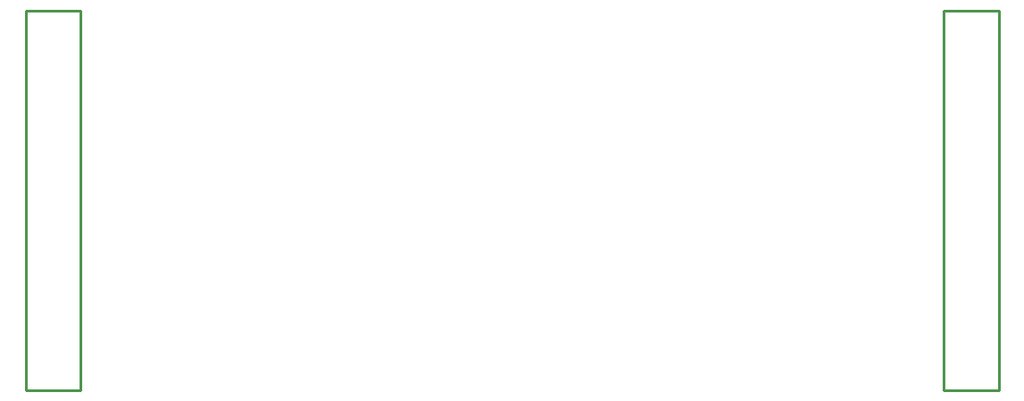
<source format=gbo>
%TF.GenerationSoftware,KiCad,Pcbnew,(5.1.12)-1*%
%TF.CreationDate,2022-03-07T14:57:08+09:00*%
%TF.ProjectId,RP2040CommandStationKeypad,52503230-3430-4436-9f6d-6d616e645374,rev?*%
%TF.SameCoordinates,PX4b571c0PY7cee6c0*%
%TF.FileFunction,Legend,Bot*%
%TF.FilePolarity,Positive*%
%FSLAX46Y46*%
G04 Gerber Fmt 4.6, Leading zero omitted, Abs format (unit mm)*
G04 Created by KiCad (PCBNEW (5.1.12)-1) date 2022-03-07 14:57:08*
%MOMM*%
%LPD*%
G01*
G04 APERTURE LIST*
%ADD10C,0.250000*%
%ADD11C,1.800000*%
%ADD12O,3.200000X1.300000*%
%ADD13C,1.600000*%
%ADD14R,1.600000X1.600000*%
%ADD15C,1.524000*%
%ADD16C,1.700000*%
%ADD17C,2.000000*%
%ADD18C,2.500000*%
%ADD19C,3.200000*%
%ADD20C,0.254000*%
%ADD21C,0.100000*%
G04 APERTURE END LIST*
D10*
%TO.C,J1*%
X1400000Y50000000D02*
X6600000Y50000000D01*
X1400000Y14000000D02*
X1400000Y50000000D01*
X6600000Y14000000D02*
X1400000Y14000000D01*
X6600000Y50000000D02*
X6600000Y14000000D01*
%TO.C,J2*%
X88400000Y50000000D02*
X93600000Y50000000D01*
X88400000Y14000000D02*
X88400000Y50000000D01*
X93600000Y14000000D02*
X88400000Y14000000D01*
X93600000Y50000000D02*
X93600000Y14000000D01*
%TD*%
%LPC*%
D11*
%TO.C,U1*%
X51100000Y46800000D03*
X8900000Y46800000D03*
D12*
X47900000Y47500000D03*
X12100000Y47500000D03*
D13*
X40160000Y45000000D03*
X37620000Y45000000D03*
X35080000Y45000000D03*
X32540000Y45000000D03*
X30000000Y45000000D03*
X27460000Y45000000D03*
X24920000Y45000000D03*
X22380000Y45000000D03*
D14*
X19840000Y45000000D03*
%TD*%
D13*
%TO.C,J1*%
X5270000Y15490000D03*
X2730000Y15490000D03*
X5270000Y18030000D03*
X2730000Y18030000D03*
X5270000Y20570000D03*
X2730000Y20570000D03*
X5270000Y23110000D03*
X2730000Y23110000D03*
X5270000Y25650000D03*
X2730000Y25650000D03*
X5270000Y28190000D03*
X2730000Y28190000D03*
X5270000Y30730000D03*
X2730000Y30730000D03*
X5270000Y33270000D03*
X2730000Y33270000D03*
X5270000Y35810000D03*
X2730000Y35810000D03*
X5270000Y38350000D03*
X2730000Y38350000D03*
X5270000Y40890000D03*
X2730000Y40890000D03*
X5270000Y43430000D03*
X2730000Y43430000D03*
X5270000Y45970000D03*
X2730000Y45970000D03*
X5270000Y48510000D03*
D14*
X2730000Y48510000D03*
%TD*%
D13*
%TO.C,J2*%
X92270000Y15490000D03*
X89730000Y15490000D03*
X92270000Y18030000D03*
X89730000Y18030000D03*
X92270000Y20570000D03*
X89730000Y20570000D03*
X92270000Y23110000D03*
X89730000Y23110000D03*
X92270000Y25650000D03*
X89730000Y25650000D03*
X92270000Y28190000D03*
X89730000Y28190000D03*
X92270000Y30730000D03*
X89730000Y30730000D03*
X92270000Y33270000D03*
X89730000Y33270000D03*
X92270000Y35810000D03*
X89730000Y35810000D03*
X92270000Y38350000D03*
X89730000Y38350000D03*
X92270000Y40890000D03*
X89730000Y40890000D03*
X92270000Y43430000D03*
X89730000Y43430000D03*
X92270000Y45970000D03*
X89730000Y45970000D03*
X92270000Y48510000D03*
D14*
X89730000Y48510000D03*
%TD*%
D15*
%TO.C,D1*%
X60270000Y38500000D03*
X57730000Y38500000D03*
%TD*%
%TO.C,D2*%
X58730000Y6000000D03*
X61270000Y6000000D03*
%TD*%
D16*
%TO.C,SW1*%
X20250000Y30750000D03*
X13750000Y30750000D03*
X20250000Y35250000D03*
X13750000Y35250000D03*
%TD*%
%TO.C,SW2*%
X20250000Y21750000D03*
X13750000Y21750000D03*
X20250000Y26250000D03*
X13750000Y26250000D03*
%TD*%
%TO.C,SW3*%
X13750000Y17250000D03*
X20250000Y17250000D03*
X13750000Y12750000D03*
X20250000Y12750000D03*
%TD*%
%TO.C,SW4*%
X13750000Y8250000D03*
X20250000Y8250000D03*
X13750000Y3750000D03*
X20250000Y3750000D03*
%TD*%
%TO.C,SW5*%
X24750000Y35250000D03*
X31250000Y35250000D03*
X24750000Y30750000D03*
X31250000Y30750000D03*
%TD*%
%TO.C,SW6*%
X31250000Y21750000D03*
X24750000Y21750000D03*
X31250000Y26250000D03*
X24750000Y26250000D03*
%TD*%
%TO.C,SW7*%
X31250000Y12750000D03*
X24750000Y12750000D03*
X31250000Y17250000D03*
X24750000Y17250000D03*
%TD*%
%TO.C,SW8*%
X24750000Y8250000D03*
X31250000Y8250000D03*
X24750000Y3750000D03*
X31250000Y3750000D03*
%TD*%
%TO.C,SW9*%
X42250000Y30750000D03*
X35750000Y30750000D03*
X42250000Y35250000D03*
X35750000Y35250000D03*
%TD*%
%TO.C,SW10*%
X35750000Y26250000D03*
X42250000Y26250000D03*
X35750000Y21750000D03*
X42250000Y21750000D03*
%TD*%
%TO.C,SW11*%
X35750000Y17250000D03*
X42250000Y17250000D03*
X35750000Y12750000D03*
X42250000Y12750000D03*
%TD*%
%TO.C,SW12*%
X42250000Y3750000D03*
X35750000Y3750000D03*
X42250000Y8250000D03*
X35750000Y8250000D03*
%TD*%
%TO.C,SW13*%
X46750000Y35250000D03*
X53250000Y35250000D03*
X46750000Y30750000D03*
X53250000Y30750000D03*
%TD*%
%TO.C,SW14*%
X53250000Y21750000D03*
X46750000Y21750000D03*
X53250000Y26250000D03*
X46750000Y26250000D03*
%TD*%
%TO.C,SW15*%
X53250000Y12750000D03*
X46750000Y12750000D03*
X53250000Y17250000D03*
X46750000Y17250000D03*
%TD*%
%TO.C,SW16*%
X46750000Y8250000D03*
X53250000Y8250000D03*
X46750000Y3750000D03*
X53250000Y3750000D03*
%TD*%
%TO.C,SW17*%
X55750000Y49250000D03*
X62250000Y49250000D03*
X55750000Y44750000D03*
X62250000Y44750000D03*
%TD*%
D17*
%TO.C,SW18*%
X67460000Y49000000D03*
X70000000Y49000000D03*
X72540000Y49000000D03*
%TD*%
%TO.C,SW19*%
X84540000Y49000000D03*
X82000000Y49000000D03*
X79460000Y49000000D03*
%TD*%
D18*
%TO.C,VR1*%
X68125000Y40500000D03*
X71750000Y40500000D03*
X68250000Y5500000D03*
%TD*%
%TO.C,VR2*%
X80250000Y5500000D03*
X83750000Y40500000D03*
X80125000Y40500000D03*
%TD*%
D19*
%TO.C,H1*%
X3000000Y3000000D03*
%TD*%
%TO.C,H2*%
X92000000Y3000000D03*
%TD*%
%TO.C,H3*%
X3000000Y69000000D03*
%TD*%
D20*
X5873000Y4447394D02*
X5873000Y127000D01*
X127000Y127000D01*
X127000Y5873000D01*
X4447394Y5873000D01*
X5873000Y4447394D01*
D21*
G36*
X5873000Y4447394D02*
G01*
X5873000Y127000D01*
X127000Y127000D01*
X127000Y5873000D01*
X4447394Y5873000D01*
X5873000Y4447394D01*
G37*
D20*
X94873000Y127000D02*
X89127000Y127000D01*
X89127000Y4447394D01*
X90552606Y5873000D01*
X94873000Y5873000D01*
X94873000Y127000D01*
D21*
G36*
X94873000Y127000D02*
G01*
X89127000Y127000D01*
X89127000Y4447394D01*
X90552606Y5873000D01*
X94873000Y5873000D01*
X94873000Y127000D01*
G37*
D20*
X5873000Y67552606D02*
X4447394Y66127000D01*
X127000Y66127000D01*
X127000Y71873000D01*
X5873000Y71873000D01*
X5873000Y67552606D01*
D21*
G36*
X5873000Y67552606D02*
G01*
X4447394Y66127000D01*
X127000Y66127000D01*
X127000Y71873000D01*
X5873000Y71873000D01*
X5873000Y67552606D01*
G37*
M02*

</source>
